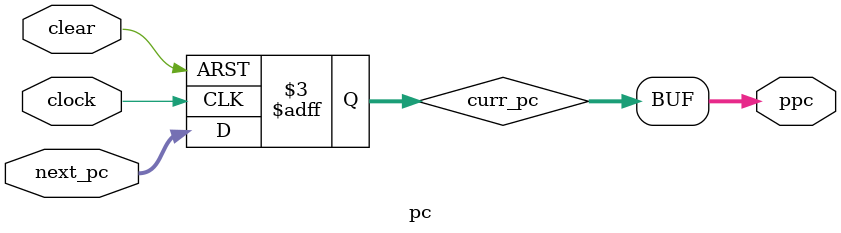
<source format=v>
`timescale 1ns / 1ps
module pc(
    input clock,
    input clear,
    input [7:0] next_pc,
    output [7:0] ppc 
);
    reg [7:0] curr_pc;

    initial begin
        curr_pc <= 8'b0;
    end

    assign ppc = curr_pc;

    always @(posedge clock or posedge clear) begin
        if (clear) begin
            curr_pc <= 8'b0;
        end
        else begin
            curr_pc <= next_pc;
        end
    end
endmodule

</source>
